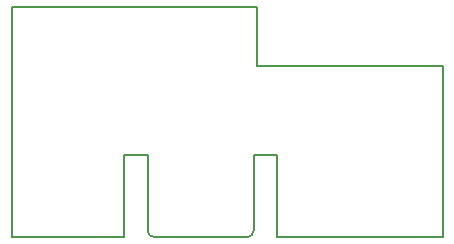
<source format=gm1>
G04 #@! TF.GenerationSoftware,KiCad,Pcbnew,8.0.2*
G04 #@! TF.CreationDate,2024-05-30T00:05:45-04:00*
G04 #@! TF.ProjectId,gc_sp2,67635f73-7032-42e6-9b69-6361645f7063,rev?*
G04 #@! TF.SameCoordinates,Original*
G04 #@! TF.FileFunction,Profile,NP*
%FSLAX46Y46*%
G04 Gerber Fmt 4.6, Leading zero omitted, Abs format (unit mm)*
G04 Created by KiCad (PCBNEW 8.0.2) date 2024-05-30 00:05:45*
%MOMM*%
%LPD*%
G01*
G04 APERTURE LIST*
G04 #@! TA.AperFunction,Profile*
%ADD10C,0.150000*%
G04 #@! TD*
G04 APERTURE END LIST*
D10*
X75100000Y-120000000D02*
G75*
G02*
X74500000Y-119400000I0J600000D01*
G01*
X83500000Y-119400000D02*
G75*
G02*
X82900000Y-120000000I-600000J0D01*
G01*
X75100000Y-120000000D02*
X82900000Y-120000000D01*
X72500000Y-120000000D02*
X72500000Y-113000000D01*
X63000000Y-100500000D02*
X83750000Y-100500000D01*
X74500000Y-113000000D02*
X74500000Y-119400000D01*
X83500000Y-113000000D02*
X85500000Y-113000000D01*
X85500000Y-120000000D02*
X85500000Y-113000000D01*
X63000000Y-120000000D02*
X72500000Y-120000000D01*
X72500000Y-113000000D02*
X74500000Y-113000000D01*
X63000000Y-120000000D02*
X63000000Y-100500000D01*
X83750000Y-105500000D02*
X83750000Y-100500000D01*
X83500000Y-113000000D02*
X83500000Y-119400000D01*
X99500000Y-120000000D02*
X85500000Y-120000000D01*
X99500000Y-105500000D02*
X83750000Y-105500000D01*
X99500000Y-105500000D02*
X99500000Y-120000000D01*
M02*

</source>
